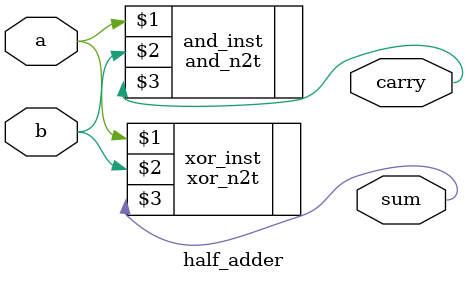
<source format=sv>
`ifndef xor_n2t
  `include "../01/xor_n2t.sv"
`endif
`define half_adder 1

module half_adder(
  input  a,
  input  b,
  output carry,
  output sum
);

  xor_n2t #(1) xor_inst(a, b, sum);
  and_n2t #(2) and_inst(a, b, carry);

endmodule
</source>
